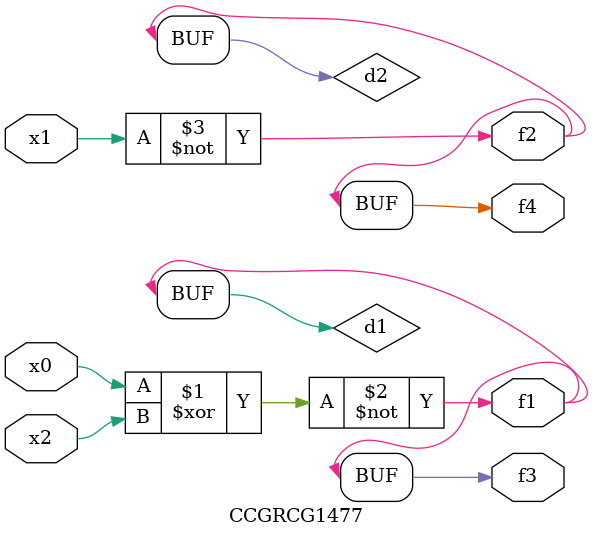
<source format=v>
module CCGRCG1477(
	input x0, x1, x2,
	output f1, f2, f3, f4
);

	wire d1, d2, d3;

	xnor (d1, x0, x2);
	nand (d2, x1);
	nor (d3, x1, x2);
	assign f1 = d1;
	assign f2 = d2;
	assign f3 = d1;
	assign f4 = d2;
endmodule

</source>
